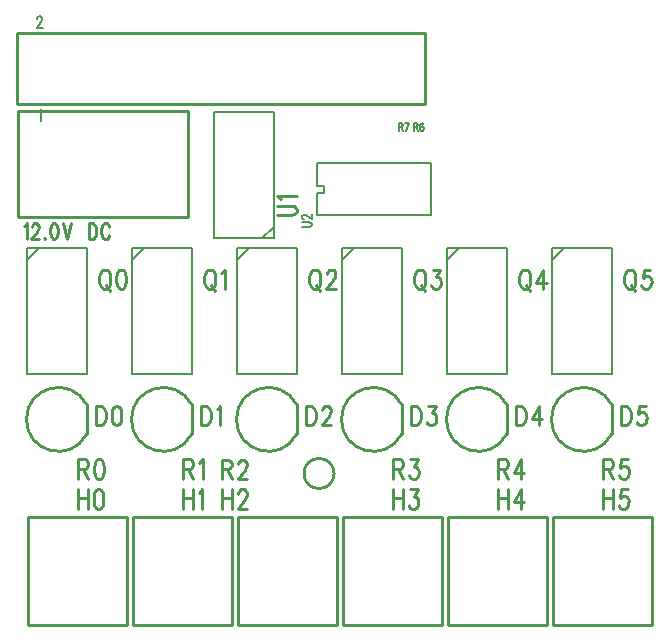
<source format=gto>
*
*
G04 PADS 9.4.1 Build Number: 494907 generated Gerber (RS-274-X) file*
G04 PC Version=2.1*
*
%IN "PiLightControl.pcb"*%
*
%MOIN*%
*
%FSLAX35Y35*%
*
*
*
*
G04 PC Standard Apertures*
*
*
G04 Thermal Relief Aperture macro.*
%AMTER*
1,1,$1,0,0*
1,0,$1-$2,0,0*
21,0,$3,$4,0,0,45*
21,0,$3,$4,0,0,135*
%
*
*
G04 Annular Aperture macro.*
%AMANN*
1,1,$1,0,0*
1,0,$2,0,0*
%
*
*
G04 Odd Aperture macro.*
%AMODD*
1,1,$1,0,0*
1,0,$1-0.005,0,0*
%
*
*
G04 PC Custom Aperture Macros*
*
*
*
*
*
*
G04 PC Aperture Table*
*
%ADD010C,0.001*%
%ADD022C,0.01*%
%ADD037C,0.008*%
%ADD038C,0.006*%
%ADD039C,0.00787*%
%ADD040C,0.005*%
*
*
*
*
G04 PC Circuitry*
G04 Layer Name PiLightControl.pcb - circuitry*
%LPD*%
*
*
G04 PC Custom Flashes*
G04 Layer Name PiLightControl.pcb - flashes*
%LPD*%
*
*
G04 PC Circuitry*
G04 Layer Name PiLightControl.pcb - circuitry*
%LPD*%
*
G54D10*
G54D22*
G01X157900Y193900D02*
G75*
G03Y183900I-9404J-5000D01*
G01X158100Y184100D02*
Y194100D01*
X192900Y193900D02*
G03Y183900I-9404J-5000D01*
G01X193100Y184100D02*
Y194100D01*
X227900Y193900D02*
G03Y183900I-9404J-5000D01*
G01X228100Y184100D02*
Y194100D01*
X262900Y193900D02*
G03Y183900I-9404J-5000D01*
G01X263100Y184100D02*
Y194100D01*
X297900Y193900D02*
G03Y183900I-9404J-5000D01*
G01X298100Y184100D02*
Y194100D01*
X99874Y317537D02*
X235874D01*
Y294037*
X99874*
Y317537*
X99900Y256400D02*
X156600D01*
Y291800*
X99900*
Y256400*
X138350Y156300D02*
Y120300D01*
X171450*
Y156300*
X138350*
X173350D02*
Y120300D01*
X206450*
Y156300*
X173350*
X208350D02*
Y120300D01*
X241450*
Y156300*
X208350*
X243350D02*
Y120300D01*
X276450*
Y156300*
X243350*
X278350D02*
Y120300D01*
X311450*
Y156300*
X278350*
X103350D02*
Y120300D01*
X136450*
Y156300*
X103350*
X122900Y193900D02*
G03Y183900I-9404J-5000D01*
G01X123100Y184100D02*
Y194100D01*
X205394Y170866D02*
G03X205394I-5000J0D01*
G01X163564Y238863D02*
X163109Y238550D01*
X162655Y237925*
X162427Y237300*
X162200Y236363*
Y234800*
X162427Y233863*
X162655Y233238*
X163109Y232613*
X163564Y232300*
X164473*
X164927Y232613*
X165382Y233238*
X165609Y233863*
X165836Y234800*
Y236363*
X165609Y237300*
X165382Y237925*
X164927Y238550*
X164473Y238863*
X163564*
X164245Y233550D02*
X165609Y231675D01*
X167882Y237613D02*
X168336Y237925D01*
X169018Y238863*
Y232300*
X198564Y238863D02*
X198109Y238550D01*
X197655Y237925*
X197427Y237300*
X197200Y236363*
Y234800*
X197427Y233863*
X197655Y233238*
X198109Y232613*
X198564Y232300*
X199473*
X199927Y232613*
X200382Y233238*
X200609Y233863*
X200836Y234800*
Y236363*
X200609Y237300*
X200382Y237925*
X199927Y238550*
X199473Y238863*
X198564*
X199245Y233550D02*
X200609Y231675D01*
X203109Y237300D02*
Y237613D01*
X203336Y238238*
X203564Y238550*
X204018Y238863*
X204927*
X205382Y238550*
X205609Y238238*
X205836Y237613*
Y236988*
X205609Y236363*
X205155Y235425*
X202882Y232300*
X206064*
X233564Y238863D02*
X233109Y238550D01*
X232655Y237925*
X232427Y237300*
X232200Y236363*
Y234800*
X232427Y233863*
X232655Y233238*
X233109Y232613*
X233564Y232300*
X234473*
X234927Y232613*
X235382Y233238*
X235609Y233863*
X235836Y234800*
Y236363*
X235609Y237300*
X235382Y237925*
X234927Y238550*
X234473Y238863*
X233564*
X234245Y233550D02*
X235609Y231675D01*
X238336Y238863D02*
X240836D01*
X239473Y236363*
X240155*
X240609Y236050*
X240836Y235738*
X241064Y234800*
Y234175*
X240836Y233238*
X240382Y232613*
X239700Y232300*
X239018*
X238336Y232613*
X238109Y232925*
X237882Y233550*
X268564Y238863D02*
X268109Y238550D01*
X267655Y237925*
X267427Y237300*
X267200Y236363*
Y234800*
X267427Y233863*
X267655Y233238*
X268109Y232613*
X268564Y232300*
X269473*
X269927Y232613*
X270382Y233238*
X270609Y233863*
X270836Y234800*
Y236363*
X270609Y237300*
X270382Y237925*
X269927Y238550*
X269473Y238863*
X268564*
X269245Y233550D02*
X270609Y231675D01*
X275155Y238863D02*
X272882Y234488D01*
X276291*
X275155Y238863D02*
Y232300D01*
X303564Y238863D02*
X303109Y238550D01*
X302655Y237925*
X302427Y237300*
X302200Y236363*
Y234800*
X302427Y233863*
X302655Y233238*
X303109Y232613*
X303564Y232300*
X304473*
X304927Y232613*
X305382Y233238*
X305609Y233863*
X305836Y234800*
Y236363*
X305609Y237300*
X305382Y237925*
X304927Y238550*
X304473Y238863*
X303564*
X304245Y233550D02*
X305609Y231675D01*
X310836Y238863D02*
X308564D01*
X308336Y236050*
X308564Y236363*
X309245Y236675*
X309927*
X310609Y236363*
X311064Y235738*
X311291Y234800*
X311064Y234175*
X310836Y233238*
X310382Y232613*
X309700Y232300*
X309018*
X308336Y232613*
X308109Y232925*
X307882Y233550*
X128564Y238863D02*
X128109Y238550D01*
X127655Y237925*
X127427Y237300*
X127200Y236363*
Y234800*
X127427Y233863*
X127655Y233238*
X128109Y232613*
X128564Y232300*
X129473*
X129927Y232613*
X130382Y233238*
X130609Y233863*
X130836Y234800*
Y236363*
X130609Y237300*
X130382Y237925*
X129927Y238550*
X129473Y238863*
X128564*
X129245Y233550D02*
X130609Y231675D01*
X134245Y238863D02*
X133564Y238550D01*
X133109Y237613*
X132882Y236050*
Y235113*
X133109Y233550*
X133564Y232613*
X134245Y232300*
X134700*
X135382Y232613*
X135836Y233550*
X136064Y235113*
Y236050*
X135836Y237613*
X135382Y238550*
X134700Y238863*
X134245*
X161100Y193463D02*
Y186900D01*
Y193463D02*
X162691D01*
X163373Y193150*
X163827Y192525*
X164055Y191900*
X164282Y190963*
Y189400*
X164055Y188463*
X163827Y187838*
X163373Y187213*
X162691Y186900*
X161100*
X166327Y192213D02*
X166782Y192525D01*
X167464Y193463*
Y186900*
X196100Y193463D02*
Y186900D01*
Y193463D02*
X197691D01*
X198373Y193150*
X198827Y192525*
X199055Y191900*
X199282Y190963*
Y189400*
X199055Y188463*
X198827Y187838*
X198373Y187213*
X197691Y186900*
X196100*
X201555Y191900D02*
Y192213D01*
X201782Y192838*
X202009Y193150*
X202464Y193463*
X203373*
X203827Y193150*
X204055Y192838*
X204282Y192213*
Y191588*
X204055Y190963*
X203600Y190025*
X201327Y186900*
X204509*
X231100Y193463D02*
Y186900D01*
Y193463D02*
X232691D01*
X233373Y193150*
X233827Y192525*
X234055Y191900*
X234282Y190963*
Y189400*
X234055Y188463*
X233827Y187838*
X233373Y187213*
X232691Y186900*
X231100*
X236782Y193463D02*
X239282D01*
X237918Y190963*
X238600*
X239055Y190650*
X239282Y190338*
X239509Y189400*
Y188775*
X239282Y187838*
X238827Y187213*
X238145Y186900*
X237464*
X236782Y187213*
X236555Y187525*
X236327Y188150*
X266100Y193463D02*
Y186900D01*
Y193463D02*
X267691D01*
X268373Y193150*
X268827Y192525*
X269055Y191900*
X269282Y190963*
Y189400*
X269055Y188463*
X268827Y187838*
X268373Y187213*
X267691Y186900*
X266100*
X273600Y193463D02*
X271327Y189088D01*
X274736*
X273600Y193463D02*
Y186900D01*
X301100Y193463D02*
Y186900D01*
Y193463D02*
X302691D01*
X303373Y193150*
X303827Y192525*
X304055Y191900*
X304282Y190963*
Y189400*
X304055Y188463*
X303827Y187838*
X303373Y187213*
X302691Y186900*
X301100*
X309282Y193463D02*
X307009D01*
X306782Y190650*
X307009Y190963*
X307691Y191275*
X308373*
X309055Y190963*
X309509Y190338*
X309736Y189400*
X309509Y188775*
X309282Y187838*
X308827Y187213*
X308145Y186900*
X307464*
X306782Y187213*
X306555Y187525*
X306327Y188150*
X186437Y257000D02*
X191125D01*
X192062Y257227*
X192062D02*
X192687Y257682D01*
X192687D02*
X193000Y258364D01*
Y258818*
X192687Y259500*
X192687D02*
X192062Y259955D01*
X192062D02*
X191125Y260182D01*
X186437*
X187687Y262227D02*
X187375Y262682D01*
X186437Y263364*
X186437D02*
X193000D01*
X155100Y165663D02*
Y159100D01*
X158282Y165663D02*
Y159100D01*
X155100Y162538D02*
X158282D01*
X160327Y164413D02*
X160782Y164725D01*
X161464Y165663*
X161464D02*
Y159100D01*
X168100Y165663D02*
Y159100D01*
X171282Y165663D02*
Y159100D01*
X168100Y162538D02*
X171282D01*
X173555Y164100D02*
Y164413D01*
X173555D02*
X173782Y165038D01*
X173782D02*
X174009Y165350D01*
X174464Y165663*
X174464D02*
X175373D01*
X175373D02*
X175827Y165350D01*
X176055Y165038*
X176055D02*
X176282Y164413D01*
X176282D02*
Y163788D01*
X176282D02*
X176055Y163163D01*
X176055D02*
X175600Y162225D01*
X173327Y159100*
X176509*
X225100Y165663D02*
Y159100D01*
X228282Y165663D02*
Y159100D01*
X225100Y162538D02*
X228282D01*
X230782Y165663D02*
X233282D01*
X233282D02*
X231918Y163163D01*
X231918D02*
X232600D01*
X232600D02*
X233055Y162850D01*
X233282Y162538*
X233282D02*
X233509Y161600D01*
Y160975*
X233282Y160038*
X233282D02*
X232827Y159413D01*
X232827D02*
X232145Y159100D01*
X231464*
X230782Y159413*
X230782D02*
X230555Y159725D01*
X230327Y160350*
X260100Y165663D02*
Y159100D01*
X263282Y165663D02*
Y159100D01*
X260100Y162538D02*
X263282D01*
X267600Y165663D02*
X265327Y161288D01*
X265327D02*
X268736D01*
X267600Y165663D02*
Y159100D01*
X295100Y165663D02*
Y159100D01*
X298282Y165663D02*
Y159100D01*
X295100Y162538D02*
X298282D01*
X303282Y165663D02*
X301009D01*
X301009D02*
X300782Y162850D01*
X301009Y163163*
X301009D02*
X301691Y163475D01*
X302373*
X303055Y163163*
X303055D02*
X303509Y162538D01*
X303509D02*
X303736Y161600D01*
X303509Y160975*
X303282Y160038*
X303282D02*
X302827Y159413D01*
X302827D02*
X302145Y159100D01*
X301464*
X300782Y159413*
X300782D02*
X300555Y159725D01*
X300327Y160350*
X120100Y165663D02*
Y159100D01*
X123282Y165663D02*
Y159100D01*
X120100Y162538D02*
X123282D01*
X126691Y165663D02*
X126009Y165350D01*
X125555Y164413*
X125555D02*
X125327Y162850D01*
Y161913*
X125327D02*
X125555Y160350D01*
X126009Y159413*
X126009D02*
X126691Y159100D01*
X127145*
X127827Y159413*
X127827D02*
X128282Y160350D01*
X128509Y161913*
X128509D02*
Y162850D01*
X128282Y164413*
X128282D02*
X127827Y165350D01*
X127145Y165663*
X127145D02*
X126691D01*
X126100Y193463D02*
Y186900D01*
Y193463D02*
X127691D01*
X128373Y193150*
X128827Y192525*
X129055Y191900*
X129282Y190963*
Y189400*
X129055Y188463*
X128827Y187838*
X128373Y187213*
X127691Y186900*
X126100*
X132691Y193463D02*
X132009Y193150D01*
X131555Y192213*
X131327Y190650*
Y189713*
X131555Y188150*
X132009Y187213*
X132691Y186900*
X133145*
X133827Y187213*
X134282Y188150*
X134509Y189713*
Y190650*
X134282Y192213*
X133827Y193150*
X133145Y193463*
X132691*
X120200Y175563D02*
Y169000D01*
Y175563D02*
X122245D01*
X122245D02*
X122927Y175250D01*
X123155Y174938*
X123155D02*
X123382Y174313D01*
X123382D02*
Y173688D01*
X123382D02*
X123155Y173063D01*
X123155D02*
X122927Y172750D01*
X122245Y172438*
X122245D02*
X120200D01*
X121791D02*
X123382Y169000D01*
X126791Y175563D02*
X126109Y175250D01*
X125655Y174313*
X125655D02*
X125427Y172750D01*
Y171813*
X125427D02*
X125655Y170250D01*
X126109Y169313*
X126109D02*
X126791Y169000D01*
X127245*
X127927Y169313*
X127927D02*
X128382Y170250D01*
X128609Y171813*
X128609D02*
Y172750D01*
X128382Y174313*
X128382D02*
X127927Y175250D01*
X127245Y175563*
X127245D02*
X126791D01*
X155200D02*
Y169000D01*
Y175563D02*
X157245D01*
X157245D02*
X157927Y175250D01*
X158155Y174938*
X158155D02*
X158382Y174313D01*
X158382D02*
Y173688D01*
X158382D02*
X158155Y173063D01*
X158155D02*
X157927Y172750D01*
X157245Y172438*
X157245D02*
X155200D01*
X156791D02*
X158382Y169000D01*
X160427Y174313D02*
X160882Y174625D01*
X161564Y175563*
X161564D02*
Y169000D01*
X168100Y175462D02*
Y168900D01*
Y175462D02*
X170145D01*
X170145D02*
X170827Y175150D01*
X171055Y174837*
X171055D02*
X171282Y174212D01*
X171282D02*
Y173587D01*
X171282D02*
X171055Y172962D01*
X171055D02*
X170827Y172650D01*
X170145Y172337*
X170145D02*
X168100D01*
X169691D02*
X171282Y168900D01*
X173555Y173900D02*
Y174212D01*
X173555D02*
X173782Y174837D01*
X173782D02*
X174009Y175150D01*
X174464Y175462*
X174464D02*
X175373D01*
X175373D02*
X175827Y175150D01*
X176055Y174837*
X176055D02*
X176282Y174212D01*
X176282D02*
Y173587D01*
X176282D02*
X176055Y172962D01*
X176055D02*
X175600Y172025D01*
X173327Y168900*
X176509*
X225200Y175563D02*
Y169000D01*
Y175563D02*
X227245D01*
X227245D02*
X227927Y175250D01*
X228155Y174938*
X228155D02*
X228382Y174313D01*
X228382D02*
Y173688D01*
X228382D02*
X228155Y173063D01*
X228155D02*
X227927Y172750D01*
X227245Y172438*
X227245D02*
X225200D01*
X226791D02*
X228382Y169000D01*
X230882Y175563D02*
X233382D01*
X233382D02*
X232018Y173063D01*
X232018D02*
X232700D01*
X232700D02*
X233155Y172750D01*
X233382Y172438*
X233382D02*
X233609Y171500D01*
Y170875*
X233382Y169938*
X233382D02*
X232927Y169313D01*
X232927D02*
X232245Y169000D01*
X231564*
X230882Y169313*
X230882D02*
X230655Y169625D01*
X230427Y170250*
X260200Y175563D02*
Y169000D01*
Y175563D02*
X262245D01*
X262245D02*
X262927Y175250D01*
X263155Y174938*
X263155D02*
X263382Y174313D01*
X263382D02*
Y173688D01*
X263382D02*
X263155Y173063D01*
X263155D02*
X262927Y172750D01*
X262245Y172438*
X262245D02*
X260200D01*
X261791D02*
X263382Y169000D01*
X267700Y175563D02*
X265427Y171188D01*
X265427D02*
X268836D01*
X267700Y175563D02*
Y169000D01*
X295200Y175563D02*
Y169000D01*
Y175563D02*
X297245D01*
X297245D02*
X297927Y175250D01*
X298155Y174938*
X298155D02*
X298382Y174313D01*
X298382D02*
Y173688D01*
X298382D02*
X298155Y173063D01*
X298155D02*
X297927Y172750D01*
X297245Y172438*
X297245D02*
X295200D01*
X296791D02*
X298382Y169000D01*
X303382Y175563D02*
X301109D01*
X301109D02*
X300882Y172750D01*
X301109Y173063*
X301109D02*
X301791Y173375D01*
X302473*
X303155Y173063*
X303155D02*
X303609Y172438D01*
X303609D02*
X303836Y171500D01*
X303609Y170875*
X303382Y169938*
X303382D02*
X302927Y169313D01*
X302927D02*
X302245Y169000D01*
X301564*
X300882Y169313*
X300882D02*
X300655Y169625D01*
X300427Y170250*
X102000Y253250D02*
X102364Y253500D01*
X102909Y254250*
Y249000*
X104727Y253000D02*
Y253250D01*
X104909Y253750*
X105091Y254000*
X105455Y254250*
X106182*
X106545Y254000*
X106727Y253750*
X106909Y253250*
Y252750*
X106727Y252250*
X106364Y251500*
X104545Y249000*
X107091*
X108909Y249500D02*
X108727Y249250D01*
X108909Y249000*
X109091Y249250*
X108909Y249500*
X111818Y254250D02*
X111273Y254000D01*
X110909Y253250*
X110727Y252000*
Y251250*
X110909Y250000*
X111273Y249250*
X111818Y249000*
X112182*
X112727Y249250*
X113091Y250000*
X113273Y251250*
Y252000*
X113091Y253250*
X112727Y254000*
X112182Y254250*
X111818*
X114909D02*
X116364Y249000D01*
X117818Y254250D02*
X116364Y249000D01*
X123636Y254250D02*
Y249000D01*
Y254250D02*
X124909D01*
X125455Y254000*
X125818Y253500*
X126000Y253000*
X126182Y252250*
Y251000*
X126000Y250250*
X125818Y249750*
X125455Y249250*
X124909Y249000*
X123636*
X130545Y253000D02*
X130364Y253500D01*
X130000Y254000*
X129636Y254250*
X128909*
X128545Y254000*
X128182Y253500*
X128000Y253000*
X127818Y252250*
Y251000*
X128000Y250250*
X128182Y249750*
X128545Y249250*
X128909Y249000*
X129636*
X130000Y249250*
X130364Y249750*
X130545Y250250*
G54D37*
X138000Y242100D02*
X141900Y246000D01*
X138000D02*
Y204000D01*
X158000*
Y246000*
X138000*
X173000Y242100D02*
X176900Y246000D01*
X173000D02*
Y204000D01*
X193000*
Y246000*
X173000*
X208000Y242100D02*
X211900Y246000D01*
X208000D02*
Y204000D01*
X228000*
Y246000*
X208000*
X243000Y242100D02*
X246900Y246000D01*
X243000D02*
Y204000D01*
X263000*
Y246000*
X243000*
X278000Y242100D02*
X281900Y246000D01*
X278000D02*
Y204000D01*
X298000*
Y246000*
X278000*
X103000Y242100D02*
X106900Y246000D01*
X103000D02*
Y204000D01*
X123000*
Y246000*
X103000*
X185300Y253200D02*
X181400Y249300D01*
X185300D02*
Y291300D01*
X165300*
Y249300*
X185300*
G54D38*
X106483Y322443D02*
Y322631D01*
X106619Y323006*
X106756Y323193*
X107029Y323381*
X107574*
X107847Y323193*
X107983Y323006*
X108119Y322631*
Y322256*
X107983Y321881*
X107710Y321318*
X106347Y319443*
X108256*
X106960Y291631D02*
X107233Y291818D01*
X107642Y292381*
Y288443*
G54D39*
X199606Y256939D02*
Y264517D01*
X201992*
Y266683*
X199606*
Y274261*
X237794*
Y256939*
X199606*
G54D40*
X194719Y253000D02*
X197062D01*
X197062D02*
X197531Y253114D01*
X197844Y253341*
X198000Y253682*
Y253909*
X197844Y254250*
X197531Y254477*
X197062Y254591*
X197062D02*
X194719D01*
X195500Y255727D02*
X195344D01*
X195031Y255841*
X194875Y255955*
X194719Y256182*
Y256636*
X194875Y256864*
X195031Y256977*
X195344Y257091*
X195656*
X195969Y256977*
X196437Y256750*
X196437D02*
X198000Y255614D01*
Y257205*
X232000Y287625D02*
Y285000D01*
Y287625D02*
X232818D01*
X233091Y287500*
X233182Y287375*
X233273Y287125*
Y286875*
X233182Y286625*
X233091Y286500*
X232818Y286375*
X232000*
X232636D02*
X233273Y285000D01*
X235182Y287250D02*
X235091Y287500D01*
X234818Y287625*
X234636*
X234364Y287500*
X234182Y287125*
X234091Y286500*
Y285875*
X234182Y285375*
X234364Y285125*
X234636Y285000*
X234727*
X235000Y285125*
X235182Y285375*
X235273Y285750*
Y285875*
X235182Y286250*
X235000Y286500*
X234727Y286625*
X234636*
X234364Y286500*
X234182Y286250*
X234091Y285875*
X227000Y287625D02*
Y285000D01*
Y287625D02*
X227818D01*
X228091Y287500*
X228182Y287375*
X228273Y287125*
Y286875*
X228182Y286625*
X228091Y286500*
X227818Y286375*
X227000*
X227636D02*
X228273Y285000D01*
X230364Y287625D02*
X229455Y285000D01*
X229091Y287625D02*
X230364D01*
G74*
X0Y0D02*
M02*

</source>
